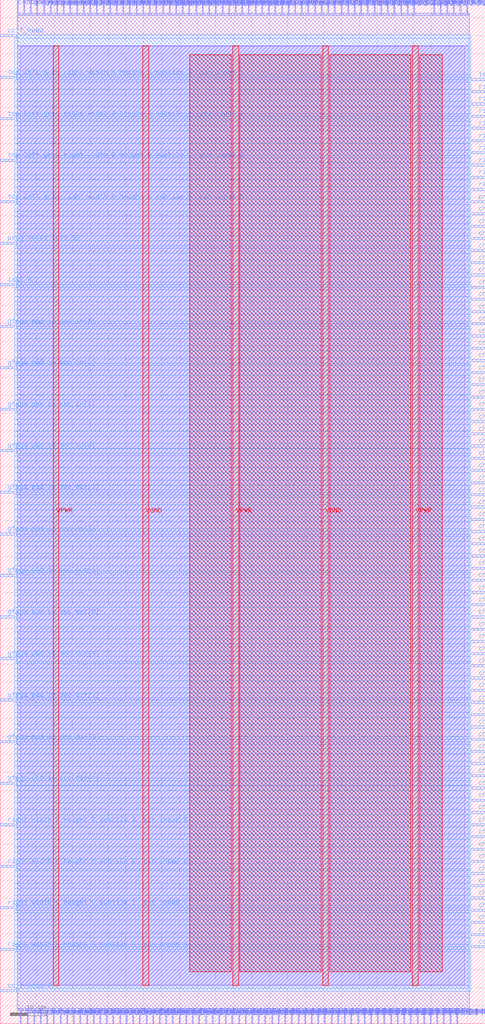
<source format=lef>
VERSION 5.7 ;
  NOWIREEXTENSIONATPIN ON ;
  DIVIDERCHAR "/" ;
  BUSBITCHARS "[]" ;
MACRO left_tile
  CLASS BLOCK ;
  FOREIGN left_tile ;
  ORIGIN 0.000 0.000 ;
  SIZE 135.000 BY 285.000 ;
  PIN VGND
    DIRECTION INOUT ;
    USE GROUND ;
    PORT
      LAYER met4 ;
        RECT 39.720 10.640 41.320 272.240 ;
    END
    PORT
      LAYER met4 ;
        RECT 89.720 10.640 91.320 272.240 ;
    END
  END VGND
  PIN VPWR
    DIRECTION INOUT ;
    USE POWER ;
    PORT
      LAYER met4 ;
        RECT 14.720 10.640 16.320 272.240 ;
    END
    PORT
      LAYER met4 ;
        RECT 64.720 10.640 66.320 272.240 ;
    END
    PORT
      LAYER met4 ;
        RECT 114.720 10.640 116.320 272.240 ;
    END
  END VPWR
  PIN ccff_head
    DIRECTION INPUT ;
    USE SIGNAL ;
    PORT
      LAYER met3 ;
        RECT 0.000 274.760 4.000 275.360 ;
    END
  END ccff_head
  PIN ccff_head_0
    DIRECTION INPUT ;
    USE SIGNAL ;
    PORT
      LAYER met3 ;
        RECT 0.000 8.880 4.000 9.480 ;
    END
  END ccff_head_0
  PIN ccff_tail
    DIRECTION OUTPUT TRISTATE ;
    USE SIGNAL ;
    PORT
      LAYER met3 ;
        RECT 131.000 21.120 135.000 21.720 ;
    END
  END ccff_tail
  PIN ccff_tail_0
    DIRECTION OUTPUT TRISTATE ;
    USE SIGNAL ;
    PORT
      LAYER met2 ;
        RECT 4.690 281.000 4.970 285.000 ;
    END
  END ccff_tail_0
  PIN chanx_right_in[0]
    DIRECTION INPUT ;
    USE SIGNAL ;
    PORT
      LAYER met3 ;
        RECT 131.000 126.520 135.000 127.120 ;
    END
  END chanx_right_in[0]
  PIN chanx_right_in[10]
    DIRECTION INPUT ;
    USE SIGNAL ;
    PORT
      LAYER met3 ;
        RECT 131.000 160.520 135.000 161.120 ;
    END
  END chanx_right_in[10]
  PIN chanx_right_in[11]
    DIRECTION INPUT ;
    USE SIGNAL ;
    PORT
      LAYER met3 ;
        RECT 131.000 163.920 135.000 164.520 ;
    END
  END chanx_right_in[11]
  PIN chanx_right_in[12]
    DIRECTION INPUT ;
    USE SIGNAL ;
    PORT
      LAYER met3 ;
        RECT 131.000 167.320 135.000 167.920 ;
    END
  END chanx_right_in[12]
  PIN chanx_right_in[13]
    DIRECTION INPUT ;
    USE SIGNAL ;
    PORT
      LAYER met3 ;
        RECT 131.000 170.720 135.000 171.320 ;
    END
  END chanx_right_in[13]
  PIN chanx_right_in[14]
    DIRECTION INPUT ;
    USE SIGNAL ;
    PORT
      LAYER met3 ;
        RECT 131.000 174.120 135.000 174.720 ;
    END
  END chanx_right_in[14]
  PIN chanx_right_in[15]
    DIRECTION INPUT ;
    USE SIGNAL ;
    PORT
      LAYER met3 ;
        RECT 131.000 177.520 135.000 178.120 ;
    END
  END chanx_right_in[15]
  PIN chanx_right_in[16]
    DIRECTION INPUT ;
    USE SIGNAL ;
    PORT
      LAYER met3 ;
        RECT 131.000 180.920 135.000 181.520 ;
    END
  END chanx_right_in[16]
  PIN chanx_right_in[17]
    DIRECTION INPUT ;
    USE SIGNAL ;
    PORT
      LAYER met3 ;
        RECT 131.000 184.320 135.000 184.920 ;
    END
  END chanx_right_in[17]
  PIN chanx_right_in[18]
    DIRECTION INPUT ;
    USE SIGNAL ;
    PORT
      LAYER met3 ;
        RECT 131.000 187.720 135.000 188.320 ;
    END
  END chanx_right_in[18]
  PIN chanx_right_in[19]
    DIRECTION INPUT ;
    USE SIGNAL ;
    PORT
      LAYER met3 ;
        RECT 131.000 191.120 135.000 191.720 ;
    END
  END chanx_right_in[19]
  PIN chanx_right_in[1]
    DIRECTION INPUT ;
    USE SIGNAL ;
    PORT
      LAYER met3 ;
        RECT 131.000 129.920 135.000 130.520 ;
    END
  END chanx_right_in[1]
  PIN chanx_right_in[20]
    DIRECTION INPUT ;
    USE SIGNAL ;
    PORT
      LAYER met3 ;
        RECT 131.000 194.520 135.000 195.120 ;
    END
  END chanx_right_in[20]
  PIN chanx_right_in[21]
    DIRECTION INPUT ;
    USE SIGNAL ;
    PORT
      LAYER met3 ;
        RECT 131.000 197.920 135.000 198.520 ;
    END
  END chanx_right_in[21]
  PIN chanx_right_in[22]
    DIRECTION INPUT ;
    USE SIGNAL ;
    PORT
      LAYER met3 ;
        RECT 131.000 201.320 135.000 201.920 ;
    END
  END chanx_right_in[22]
  PIN chanx_right_in[23]
    DIRECTION INPUT ;
    USE SIGNAL ;
    PORT
      LAYER met3 ;
        RECT 131.000 204.720 135.000 205.320 ;
    END
  END chanx_right_in[23]
  PIN chanx_right_in[24]
    DIRECTION INPUT ;
    USE SIGNAL ;
    PORT
      LAYER met3 ;
        RECT 131.000 208.120 135.000 208.720 ;
    END
  END chanx_right_in[24]
  PIN chanx_right_in[25]
    DIRECTION INPUT ;
    USE SIGNAL ;
    PORT
      LAYER met3 ;
        RECT 131.000 211.520 135.000 212.120 ;
    END
  END chanx_right_in[25]
  PIN chanx_right_in[26]
    DIRECTION INPUT ;
    USE SIGNAL ;
    PORT
      LAYER met3 ;
        RECT 131.000 214.920 135.000 215.520 ;
    END
  END chanx_right_in[26]
  PIN chanx_right_in[27]
    DIRECTION INPUT ;
    USE SIGNAL ;
    PORT
      LAYER met3 ;
        RECT 131.000 218.320 135.000 218.920 ;
    END
  END chanx_right_in[27]
  PIN chanx_right_in[28]
    DIRECTION INPUT ;
    USE SIGNAL ;
    PORT
      LAYER met3 ;
        RECT 131.000 221.720 135.000 222.320 ;
    END
  END chanx_right_in[28]
  PIN chanx_right_in[29]
    DIRECTION INPUT ;
    USE SIGNAL ;
    PORT
      LAYER met3 ;
        RECT 131.000 225.120 135.000 225.720 ;
    END
  END chanx_right_in[29]
  PIN chanx_right_in[2]
    DIRECTION INPUT ;
    USE SIGNAL ;
    PORT
      LAYER met3 ;
        RECT 131.000 133.320 135.000 133.920 ;
    END
  END chanx_right_in[2]
  PIN chanx_right_in[3]
    DIRECTION INPUT ;
    USE SIGNAL ;
    PORT
      LAYER met3 ;
        RECT 131.000 136.720 135.000 137.320 ;
    END
  END chanx_right_in[3]
  PIN chanx_right_in[4]
    DIRECTION INPUT ;
    USE SIGNAL ;
    PORT
      LAYER met3 ;
        RECT 131.000 140.120 135.000 140.720 ;
    END
  END chanx_right_in[4]
  PIN chanx_right_in[5]
    DIRECTION INPUT ;
    USE SIGNAL ;
    PORT
      LAYER met3 ;
        RECT 131.000 143.520 135.000 144.120 ;
    END
  END chanx_right_in[5]
  PIN chanx_right_in[6]
    DIRECTION INPUT ;
    USE SIGNAL ;
    PORT
      LAYER met3 ;
        RECT 131.000 146.920 135.000 147.520 ;
    END
  END chanx_right_in[6]
  PIN chanx_right_in[7]
    DIRECTION INPUT ;
    USE SIGNAL ;
    PORT
      LAYER met3 ;
        RECT 131.000 150.320 135.000 150.920 ;
    END
  END chanx_right_in[7]
  PIN chanx_right_in[8]
    DIRECTION INPUT ;
    USE SIGNAL ;
    PORT
      LAYER met3 ;
        RECT 131.000 153.720 135.000 154.320 ;
    END
  END chanx_right_in[8]
  PIN chanx_right_in[9]
    DIRECTION INPUT ;
    USE SIGNAL ;
    PORT
      LAYER met3 ;
        RECT 131.000 157.120 135.000 157.720 ;
    END
  END chanx_right_in[9]
  PIN chanx_right_out[0]
    DIRECTION OUTPUT TRISTATE ;
    USE SIGNAL ;
    PORT
      LAYER met3 ;
        RECT 131.000 24.520 135.000 25.120 ;
    END
  END chanx_right_out[0]
  PIN chanx_right_out[10]
    DIRECTION OUTPUT TRISTATE ;
    USE SIGNAL ;
    PORT
      LAYER met3 ;
        RECT 131.000 58.520 135.000 59.120 ;
    END
  END chanx_right_out[10]
  PIN chanx_right_out[11]
    DIRECTION OUTPUT TRISTATE ;
    USE SIGNAL ;
    PORT
      LAYER met3 ;
        RECT 131.000 61.920 135.000 62.520 ;
    END
  END chanx_right_out[11]
  PIN chanx_right_out[12]
    DIRECTION OUTPUT TRISTATE ;
    USE SIGNAL ;
    PORT
      LAYER met3 ;
        RECT 131.000 65.320 135.000 65.920 ;
    END
  END chanx_right_out[12]
  PIN chanx_right_out[13]
    DIRECTION OUTPUT TRISTATE ;
    USE SIGNAL ;
    PORT
      LAYER met3 ;
        RECT 131.000 68.720 135.000 69.320 ;
    END
  END chanx_right_out[13]
  PIN chanx_right_out[14]
    DIRECTION OUTPUT TRISTATE ;
    USE SIGNAL ;
    PORT
      LAYER met3 ;
        RECT 131.000 72.120 135.000 72.720 ;
    END
  END chanx_right_out[14]
  PIN chanx_right_out[15]
    DIRECTION OUTPUT TRISTATE ;
    USE SIGNAL ;
    PORT
      LAYER met3 ;
        RECT 131.000 75.520 135.000 76.120 ;
    END
  END chanx_right_out[15]
  PIN chanx_right_out[16]
    DIRECTION OUTPUT TRISTATE ;
    USE SIGNAL ;
    PORT
      LAYER met3 ;
        RECT 131.000 78.920 135.000 79.520 ;
    END
  END chanx_right_out[16]
  PIN chanx_right_out[17]
    DIRECTION OUTPUT TRISTATE ;
    USE SIGNAL ;
    PORT
      LAYER met3 ;
        RECT 131.000 82.320 135.000 82.920 ;
    END
  END chanx_right_out[17]
  PIN chanx_right_out[18]
    DIRECTION OUTPUT TRISTATE ;
    USE SIGNAL ;
    PORT
      LAYER met3 ;
        RECT 131.000 85.720 135.000 86.320 ;
    END
  END chanx_right_out[18]
  PIN chanx_right_out[19]
    DIRECTION OUTPUT TRISTATE ;
    USE SIGNAL ;
    PORT
      LAYER met3 ;
        RECT 131.000 89.120 135.000 89.720 ;
    END
  END chanx_right_out[19]
  PIN chanx_right_out[1]
    DIRECTION OUTPUT TRISTATE ;
    USE SIGNAL ;
    PORT
      LAYER met3 ;
        RECT 131.000 27.920 135.000 28.520 ;
    END
  END chanx_right_out[1]
  PIN chanx_right_out[20]
    DIRECTION OUTPUT TRISTATE ;
    USE SIGNAL ;
    PORT
      LAYER met3 ;
        RECT 131.000 92.520 135.000 93.120 ;
    END
  END chanx_right_out[20]
  PIN chanx_right_out[21]
    DIRECTION OUTPUT TRISTATE ;
    USE SIGNAL ;
    PORT
      LAYER met3 ;
        RECT 131.000 95.920 135.000 96.520 ;
    END
  END chanx_right_out[21]
  PIN chanx_right_out[22]
    DIRECTION OUTPUT TRISTATE ;
    USE SIGNAL ;
    PORT
      LAYER met3 ;
        RECT 131.000 99.320 135.000 99.920 ;
    END
  END chanx_right_out[22]
  PIN chanx_right_out[23]
    DIRECTION OUTPUT TRISTATE ;
    USE SIGNAL ;
    PORT
      LAYER met3 ;
        RECT 131.000 102.720 135.000 103.320 ;
    END
  END chanx_right_out[23]
  PIN chanx_right_out[24]
    DIRECTION OUTPUT TRISTATE ;
    USE SIGNAL ;
    PORT
      LAYER met3 ;
        RECT 131.000 106.120 135.000 106.720 ;
    END
  END chanx_right_out[24]
  PIN chanx_right_out[25]
    DIRECTION OUTPUT TRISTATE ;
    USE SIGNAL ;
    PORT
      LAYER met3 ;
        RECT 131.000 109.520 135.000 110.120 ;
    END
  END chanx_right_out[25]
  PIN chanx_right_out[26]
    DIRECTION OUTPUT TRISTATE ;
    USE SIGNAL ;
    PORT
      LAYER met3 ;
        RECT 131.000 112.920 135.000 113.520 ;
    END
  END chanx_right_out[26]
  PIN chanx_right_out[27]
    DIRECTION OUTPUT TRISTATE ;
    USE SIGNAL ;
    PORT
      LAYER met3 ;
        RECT 131.000 116.320 135.000 116.920 ;
    END
  END chanx_right_out[27]
  PIN chanx_right_out[28]
    DIRECTION OUTPUT TRISTATE ;
    USE SIGNAL ;
    PORT
      LAYER met3 ;
        RECT 131.000 119.720 135.000 120.320 ;
    END
  END chanx_right_out[28]
  PIN chanx_right_out[29]
    DIRECTION OUTPUT TRISTATE ;
    USE SIGNAL ;
    PORT
      LAYER met3 ;
        RECT 131.000 123.120 135.000 123.720 ;
    END
  END chanx_right_out[29]
  PIN chanx_right_out[2]
    DIRECTION OUTPUT TRISTATE ;
    USE SIGNAL ;
    PORT
      LAYER met3 ;
        RECT 131.000 31.320 135.000 31.920 ;
    END
  END chanx_right_out[2]
  PIN chanx_right_out[3]
    DIRECTION OUTPUT TRISTATE ;
    USE SIGNAL ;
    PORT
      LAYER met3 ;
        RECT 131.000 34.720 135.000 35.320 ;
    END
  END chanx_right_out[3]
  PIN chanx_right_out[4]
    DIRECTION OUTPUT TRISTATE ;
    USE SIGNAL ;
    PORT
      LAYER met3 ;
        RECT 131.000 38.120 135.000 38.720 ;
    END
  END chanx_right_out[4]
  PIN chanx_right_out[5]
    DIRECTION OUTPUT TRISTATE ;
    USE SIGNAL ;
    PORT
      LAYER met3 ;
        RECT 131.000 41.520 135.000 42.120 ;
    END
  END chanx_right_out[5]
  PIN chanx_right_out[6]
    DIRECTION OUTPUT TRISTATE ;
    USE SIGNAL ;
    PORT
      LAYER met3 ;
        RECT 131.000 44.920 135.000 45.520 ;
    END
  END chanx_right_out[6]
  PIN chanx_right_out[7]
    DIRECTION OUTPUT TRISTATE ;
    USE SIGNAL ;
    PORT
      LAYER met3 ;
        RECT 131.000 48.320 135.000 48.920 ;
    END
  END chanx_right_out[7]
  PIN chanx_right_out[8]
    DIRECTION OUTPUT TRISTATE ;
    USE SIGNAL ;
    PORT
      LAYER met3 ;
        RECT 131.000 51.720 135.000 52.320 ;
    END
  END chanx_right_out[8]
  PIN chanx_right_out[9]
    DIRECTION OUTPUT TRISTATE ;
    USE SIGNAL ;
    PORT
      LAYER met3 ;
        RECT 131.000 55.120 135.000 55.720 ;
    END
  END chanx_right_out[9]
  PIN chany_bottom_in[0]
    DIRECTION INPUT ;
    USE SIGNAL ;
    PORT
      LAYER met2 ;
        RECT 5.610 0.000 5.890 4.000 ;
    END
  END chany_bottom_in[0]
  PIN chany_bottom_in[10]
    DIRECTION INPUT ;
    USE SIGNAL ;
    PORT
      LAYER met2 ;
        RECT 24.010 0.000 24.290 4.000 ;
    END
  END chany_bottom_in[10]
  PIN chany_bottom_in[11]
    DIRECTION INPUT ;
    USE SIGNAL ;
    PORT
      LAYER met2 ;
        RECT 25.850 0.000 26.130 4.000 ;
    END
  END chany_bottom_in[11]
  PIN chany_bottom_in[12]
    DIRECTION INPUT ;
    USE SIGNAL ;
    PORT
      LAYER met2 ;
        RECT 27.690 0.000 27.970 4.000 ;
    END
  END chany_bottom_in[12]
  PIN chany_bottom_in[13]
    DIRECTION INPUT ;
    USE SIGNAL ;
    PORT
      LAYER met2 ;
        RECT 29.530 0.000 29.810 4.000 ;
    END
  END chany_bottom_in[13]
  PIN chany_bottom_in[14]
    DIRECTION INPUT ;
    USE SIGNAL ;
    PORT
      LAYER met2 ;
        RECT 31.370 0.000 31.650 4.000 ;
    END
  END chany_bottom_in[14]
  PIN chany_bottom_in[15]
    DIRECTION INPUT ;
    USE SIGNAL ;
    PORT
      LAYER met2 ;
        RECT 33.210 0.000 33.490 4.000 ;
    END
  END chany_bottom_in[15]
  PIN chany_bottom_in[16]
    DIRECTION INPUT ;
    USE SIGNAL ;
    PORT
      LAYER met2 ;
        RECT 35.050 0.000 35.330 4.000 ;
    END
  END chany_bottom_in[16]
  PIN chany_bottom_in[17]
    DIRECTION INPUT ;
    USE SIGNAL ;
    PORT
      LAYER met2 ;
        RECT 36.890 0.000 37.170 4.000 ;
    END
  END chany_bottom_in[17]
  PIN chany_bottom_in[18]
    DIRECTION INPUT ;
    USE SIGNAL ;
    PORT
      LAYER met2 ;
        RECT 38.730 0.000 39.010 4.000 ;
    END
  END chany_bottom_in[18]
  PIN chany_bottom_in[19]
    DIRECTION INPUT ;
    USE SIGNAL ;
    PORT
      LAYER met2 ;
        RECT 40.570 0.000 40.850 4.000 ;
    END
  END chany_bottom_in[19]
  PIN chany_bottom_in[1]
    DIRECTION INPUT ;
    USE SIGNAL ;
    PORT
      LAYER met2 ;
        RECT 7.450 0.000 7.730 4.000 ;
    END
  END chany_bottom_in[1]
  PIN chany_bottom_in[20]
    DIRECTION INPUT ;
    USE SIGNAL ;
    PORT
      LAYER met2 ;
        RECT 42.410 0.000 42.690 4.000 ;
    END
  END chany_bottom_in[20]
  PIN chany_bottom_in[21]
    DIRECTION INPUT ;
    USE SIGNAL ;
    PORT
      LAYER met2 ;
        RECT 44.250 0.000 44.530 4.000 ;
    END
  END chany_bottom_in[21]
  PIN chany_bottom_in[22]
    DIRECTION INPUT ;
    USE SIGNAL ;
    PORT
      LAYER met2 ;
        RECT 46.090 0.000 46.370 4.000 ;
    END
  END chany_bottom_in[22]
  PIN chany_bottom_in[23]
    DIRECTION INPUT ;
    USE SIGNAL ;
    PORT
      LAYER met2 ;
        RECT 47.930 0.000 48.210 4.000 ;
    END
  END chany_bottom_in[23]
  PIN chany_bottom_in[24]
    DIRECTION INPUT ;
    USE SIGNAL ;
    PORT
      LAYER met2 ;
        RECT 49.770 0.000 50.050 4.000 ;
    END
  END chany_bottom_in[24]
  PIN chany_bottom_in[25]
    DIRECTION INPUT ;
    USE SIGNAL ;
    PORT
      LAYER met2 ;
        RECT 51.610 0.000 51.890 4.000 ;
    END
  END chany_bottom_in[25]
  PIN chany_bottom_in[26]
    DIRECTION INPUT ;
    USE SIGNAL ;
    PORT
      LAYER met2 ;
        RECT 53.450 0.000 53.730 4.000 ;
    END
  END chany_bottom_in[26]
  PIN chany_bottom_in[27]
    DIRECTION INPUT ;
    USE SIGNAL ;
    PORT
      LAYER met2 ;
        RECT 55.290 0.000 55.570 4.000 ;
    END
  END chany_bottom_in[27]
  PIN chany_bottom_in[28]
    DIRECTION INPUT ;
    USE SIGNAL ;
    PORT
      LAYER met2 ;
        RECT 57.130 0.000 57.410 4.000 ;
    END
  END chany_bottom_in[28]
  PIN chany_bottom_in[29]
    DIRECTION INPUT ;
    USE SIGNAL ;
    PORT
      LAYER met2 ;
        RECT 58.970 0.000 59.250 4.000 ;
    END
  END chany_bottom_in[29]
  PIN chany_bottom_in[2]
    DIRECTION INPUT ;
    USE SIGNAL ;
    PORT
      LAYER met2 ;
        RECT 9.290 0.000 9.570 4.000 ;
    END
  END chany_bottom_in[2]
  PIN chany_bottom_in[3]
    DIRECTION INPUT ;
    USE SIGNAL ;
    PORT
      LAYER met2 ;
        RECT 11.130 0.000 11.410 4.000 ;
    END
  END chany_bottom_in[3]
  PIN chany_bottom_in[4]
    DIRECTION INPUT ;
    USE SIGNAL ;
    PORT
      LAYER met2 ;
        RECT 12.970 0.000 13.250 4.000 ;
    END
  END chany_bottom_in[4]
  PIN chany_bottom_in[5]
    DIRECTION INPUT ;
    USE SIGNAL ;
    PORT
      LAYER met2 ;
        RECT 14.810 0.000 15.090 4.000 ;
    END
  END chany_bottom_in[5]
  PIN chany_bottom_in[6]
    DIRECTION INPUT ;
    USE SIGNAL ;
    PORT
      LAYER met2 ;
        RECT 16.650 0.000 16.930 4.000 ;
    END
  END chany_bottom_in[6]
  PIN chany_bottom_in[7]
    DIRECTION INPUT ;
    USE SIGNAL ;
    PORT
      LAYER met2 ;
        RECT 18.490 0.000 18.770 4.000 ;
    END
  END chany_bottom_in[7]
  PIN chany_bottom_in[8]
    DIRECTION INPUT ;
    USE SIGNAL ;
    PORT
      LAYER met2 ;
        RECT 20.330 0.000 20.610 4.000 ;
    END
  END chany_bottom_in[8]
  PIN chany_bottom_in[9]
    DIRECTION INPUT ;
    USE SIGNAL ;
    PORT
      LAYER met2 ;
        RECT 22.170 0.000 22.450 4.000 ;
    END
  END chany_bottom_in[9]
  PIN chany_bottom_out[0]
    DIRECTION OUTPUT TRISTATE ;
    USE SIGNAL ;
    PORT
      LAYER met2 ;
        RECT 60.810 0.000 61.090 4.000 ;
    END
  END chany_bottom_out[0]
  PIN chany_bottom_out[10]
    DIRECTION OUTPUT TRISTATE ;
    USE SIGNAL ;
    PORT
      LAYER met2 ;
        RECT 79.210 0.000 79.490 4.000 ;
    END
  END chany_bottom_out[10]
  PIN chany_bottom_out[11]
    DIRECTION OUTPUT TRISTATE ;
    USE SIGNAL ;
    PORT
      LAYER met2 ;
        RECT 81.050 0.000 81.330 4.000 ;
    END
  END chany_bottom_out[11]
  PIN chany_bottom_out[12]
    DIRECTION OUTPUT TRISTATE ;
    USE SIGNAL ;
    PORT
      LAYER met2 ;
        RECT 82.890 0.000 83.170 4.000 ;
    END
  END chany_bottom_out[12]
  PIN chany_bottom_out[13]
    DIRECTION OUTPUT TRISTATE ;
    USE SIGNAL ;
    PORT
      LAYER met2 ;
        RECT 84.730 0.000 85.010 4.000 ;
    END
  END chany_bottom_out[13]
  PIN chany_bottom_out[14]
    DIRECTION OUTPUT TRISTATE ;
    USE SIGNAL ;
    PORT
      LAYER met2 ;
        RECT 86.570 0.000 86.850 4.000 ;
    END
  END chany_bottom_out[14]
  PIN chany_bottom_out[15]
    DIRECTION OUTPUT TRISTATE ;
    USE SIGNAL ;
    PORT
      LAYER met2 ;
        RECT 88.410 0.000 88.690 4.000 ;
    END
  END chany_bottom_out[15]
  PIN chany_bottom_out[16]
    DIRECTION OUTPUT TRISTATE ;
    USE SIGNAL ;
    PORT
      LAYER met2 ;
        RECT 90.250 0.000 90.530 4.000 ;
    END
  END chany_bottom_out[16]
  PIN chany_bottom_out[17]
    DIRECTION OUTPUT TRISTATE ;
    USE SIGNAL ;
    PORT
      LAYER met2 ;
        RECT 92.090 0.000 92.370 4.000 ;
    END
  END chany_bottom_out[17]
  PIN chany_bottom_out[18]
    DIRECTION OUTPUT TRISTATE ;
    USE SIGNAL ;
    PORT
      LAYER met2 ;
        RECT 93.930 0.000 94.210 4.000 ;
    END
  END chany_bottom_out[18]
  PIN chany_bottom_out[19]
    DIRECTION OUTPUT TRISTATE ;
    USE SIGNAL ;
    PORT
      LAYER met2 ;
        RECT 95.770 0.000 96.050 4.000 ;
    END
  END chany_bottom_out[19]
  PIN chany_bottom_out[1]
    DIRECTION OUTPUT TRISTATE ;
    USE SIGNAL ;
    PORT
      LAYER met2 ;
        RECT 62.650 0.000 62.930 4.000 ;
    END
  END chany_bottom_out[1]
  PIN chany_bottom_out[20]
    DIRECTION OUTPUT TRISTATE ;
    USE SIGNAL ;
    PORT
      LAYER met2 ;
        RECT 97.610 0.000 97.890 4.000 ;
    END
  END chany_bottom_out[20]
  PIN chany_bottom_out[21]
    DIRECTION OUTPUT TRISTATE ;
    USE SIGNAL ;
    PORT
      LAYER met2 ;
        RECT 99.450 0.000 99.730 4.000 ;
    END
  END chany_bottom_out[21]
  PIN chany_bottom_out[22]
    DIRECTION OUTPUT TRISTATE ;
    USE SIGNAL ;
    PORT
      LAYER met2 ;
        RECT 101.290 0.000 101.570 4.000 ;
    END
  END chany_bottom_out[22]
  PIN chany_bottom_out[23]
    DIRECTION OUTPUT TRISTATE ;
    USE SIGNAL ;
    PORT
      LAYER met2 ;
        RECT 103.130 0.000 103.410 4.000 ;
    END
  END chany_bottom_out[23]
  PIN chany_bottom_out[24]
    DIRECTION OUTPUT TRISTATE ;
    USE SIGNAL ;
    PORT
      LAYER met2 ;
        RECT 104.970 0.000 105.250 4.000 ;
    END
  END chany_bottom_out[24]
  PIN chany_bottom_out[25]
    DIRECTION OUTPUT TRISTATE ;
    USE SIGNAL ;
    PORT
      LAYER met2 ;
        RECT 106.810 0.000 107.090 4.000 ;
    END
  END chany_bottom_out[25]
  PIN chany_bottom_out[26]
    DIRECTION OUTPUT TRISTATE ;
    USE SIGNAL ;
    PORT
      LAYER met2 ;
        RECT 108.650 0.000 108.930 4.000 ;
    END
  END chany_bottom_out[26]
  PIN chany_bottom_out[27]
    DIRECTION OUTPUT TRISTATE ;
    USE SIGNAL ;
    PORT
      LAYER met2 ;
        RECT 110.490 0.000 110.770 4.000 ;
    END
  END chany_bottom_out[27]
  PIN chany_bottom_out[28]
    DIRECTION OUTPUT TRISTATE ;
    USE SIGNAL ;
    PORT
      LAYER met2 ;
        RECT 112.330 0.000 112.610 4.000 ;
    END
  END chany_bottom_out[28]
  PIN chany_bottom_out[29]
    DIRECTION OUTPUT TRISTATE ;
    USE SIGNAL ;
    PORT
      LAYER met2 ;
        RECT 114.170 0.000 114.450 4.000 ;
    END
  END chany_bottom_out[29]
  PIN chany_bottom_out[2]
    DIRECTION OUTPUT TRISTATE ;
    USE SIGNAL ;
    PORT
      LAYER met2 ;
        RECT 64.490 0.000 64.770 4.000 ;
    END
  END chany_bottom_out[2]
  PIN chany_bottom_out[3]
    DIRECTION OUTPUT TRISTATE ;
    USE SIGNAL ;
    PORT
      LAYER met2 ;
        RECT 66.330 0.000 66.610 4.000 ;
    END
  END chany_bottom_out[3]
  PIN chany_bottom_out[4]
    DIRECTION OUTPUT TRISTATE ;
    USE SIGNAL ;
    PORT
      LAYER met2 ;
        RECT 68.170 0.000 68.450 4.000 ;
    END
  END chany_bottom_out[4]
  PIN chany_bottom_out[5]
    DIRECTION OUTPUT TRISTATE ;
    USE SIGNAL ;
    PORT
      LAYER met2 ;
        RECT 70.010 0.000 70.290 4.000 ;
    END
  END chany_bottom_out[5]
  PIN chany_bottom_out[6]
    DIRECTION OUTPUT TRISTATE ;
    USE SIGNAL ;
    PORT
      LAYER met2 ;
        RECT 71.850 0.000 72.130 4.000 ;
    END
  END chany_bottom_out[6]
  PIN chany_bottom_out[7]
    DIRECTION OUTPUT TRISTATE ;
    USE SIGNAL ;
    PORT
      LAYER met2 ;
        RECT 73.690 0.000 73.970 4.000 ;
    END
  END chany_bottom_out[7]
  PIN chany_bottom_out[8]
    DIRECTION OUTPUT TRISTATE ;
    USE SIGNAL ;
    PORT
      LAYER met2 ;
        RECT 75.530 0.000 75.810 4.000 ;
    END
  END chany_bottom_out[8]
  PIN chany_bottom_out[9]
    DIRECTION OUTPUT TRISTATE ;
    USE SIGNAL ;
    PORT
      LAYER met2 ;
        RECT 77.370 0.000 77.650 4.000 ;
    END
  END chany_bottom_out[9]
  PIN chany_top_in_0[0]
    DIRECTION INPUT ;
    USE SIGNAL ;
    PORT
      LAYER met2 ;
        RECT 61.730 281.000 62.010 285.000 ;
    END
  END chany_top_in_0[0]
  PIN chany_top_in_0[10]
    DIRECTION INPUT ;
    USE SIGNAL ;
    PORT
      LAYER met2 ;
        RECT 80.130 281.000 80.410 285.000 ;
    END
  END chany_top_in_0[10]
  PIN chany_top_in_0[11]
    DIRECTION INPUT ;
    USE SIGNAL ;
    PORT
      LAYER met2 ;
        RECT 81.970 281.000 82.250 285.000 ;
    END
  END chany_top_in_0[11]
  PIN chany_top_in_0[12]
    DIRECTION INPUT ;
    USE SIGNAL ;
    PORT
      LAYER met2 ;
        RECT 83.810 281.000 84.090 285.000 ;
    END
  END chany_top_in_0[12]
  PIN chany_top_in_0[13]
    DIRECTION INPUT ;
    USE SIGNAL ;
    PORT
      LAYER met2 ;
        RECT 85.650 281.000 85.930 285.000 ;
    END
  END chany_top_in_0[13]
  PIN chany_top_in_0[14]
    DIRECTION INPUT ;
    USE SIGNAL ;
    PORT
      LAYER met2 ;
        RECT 87.490 281.000 87.770 285.000 ;
    END
  END chany_top_in_0[14]
  PIN chany_top_in_0[15]
    DIRECTION INPUT ;
    USE SIGNAL ;
    PORT
      LAYER met2 ;
        RECT 89.330 281.000 89.610 285.000 ;
    END
  END chany_top_in_0[15]
  PIN chany_top_in_0[16]
    DIRECTION INPUT ;
    USE SIGNAL ;
    PORT
      LAYER met2 ;
        RECT 91.170 281.000 91.450 285.000 ;
    END
  END chany_top_in_0[16]
  PIN chany_top_in_0[17]
    DIRECTION INPUT ;
    USE SIGNAL ;
    PORT
      LAYER met2 ;
        RECT 93.010 281.000 93.290 285.000 ;
    END
  END chany_top_in_0[17]
  PIN chany_top_in_0[18]
    DIRECTION INPUT ;
    USE SIGNAL ;
    PORT
      LAYER met2 ;
        RECT 94.850 281.000 95.130 285.000 ;
    END
  END chany_top_in_0[18]
  PIN chany_top_in_0[19]
    DIRECTION INPUT ;
    USE SIGNAL ;
    PORT
      LAYER met2 ;
        RECT 96.690 281.000 96.970 285.000 ;
    END
  END chany_top_in_0[19]
  PIN chany_top_in_0[1]
    DIRECTION INPUT ;
    USE SIGNAL ;
    PORT
      LAYER met2 ;
        RECT 63.570 281.000 63.850 285.000 ;
    END
  END chany_top_in_0[1]
  PIN chany_top_in_0[20]
    DIRECTION INPUT ;
    USE SIGNAL ;
    PORT
      LAYER met2 ;
        RECT 98.530 281.000 98.810 285.000 ;
    END
  END chany_top_in_0[20]
  PIN chany_top_in_0[21]
    DIRECTION INPUT ;
    USE SIGNAL ;
    PORT
      LAYER met2 ;
        RECT 100.370 281.000 100.650 285.000 ;
    END
  END chany_top_in_0[21]
  PIN chany_top_in_0[22]
    DIRECTION INPUT ;
    USE SIGNAL ;
    PORT
      LAYER met2 ;
        RECT 102.210 281.000 102.490 285.000 ;
    END
  END chany_top_in_0[22]
  PIN chany_top_in_0[23]
    DIRECTION INPUT ;
    USE SIGNAL ;
    PORT
      LAYER met2 ;
        RECT 104.050 281.000 104.330 285.000 ;
    END
  END chany_top_in_0[23]
  PIN chany_top_in_0[24]
    DIRECTION INPUT ;
    USE SIGNAL ;
    PORT
      LAYER met2 ;
        RECT 105.890 281.000 106.170 285.000 ;
    END
  END chany_top_in_0[24]
  PIN chany_top_in_0[25]
    DIRECTION INPUT ;
    USE SIGNAL ;
    PORT
      LAYER met2 ;
        RECT 107.730 281.000 108.010 285.000 ;
    END
  END chany_top_in_0[25]
  PIN chany_top_in_0[26]
    DIRECTION INPUT ;
    USE SIGNAL ;
    PORT
      LAYER met2 ;
        RECT 109.570 281.000 109.850 285.000 ;
    END
  END chany_top_in_0[26]
  PIN chany_top_in_0[27]
    DIRECTION INPUT ;
    USE SIGNAL ;
    PORT
      LAYER met2 ;
        RECT 111.410 281.000 111.690 285.000 ;
    END
  END chany_top_in_0[27]
  PIN chany_top_in_0[28]
    DIRECTION INPUT ;
    USE SIGNAL ;
    PORT
      LAYER met2 ;
        RECT 113.250 281.000 113.530 285.000 ;
    END
  END chany_top_in_0[28]
  PIN chany_top_in_0[29]
    DIRECTION INPUT ;
    USE SIGNAL ;
    PORT
      LAYER met2 ;
        RECT 115.090 281.000 115.370 285.000 ;
    END
  END chany_top_in_0[29]
  PIN chany_top_in_0[2]
    DIRECTION INPUT ;
    USE SIGNAL ;
    PORT
      LAYER met2 ;
        RECT 65.410 281.000 65.690 285.000 ;
    END
  END chany_top_in_0[2]
  PIN chany_top_in_0[3]
    DIRECTION INPUT ;
    USE SIGNAL ;
    PORT
      LAYER met2 ;
        RECT 67.250 281.000 67.530 285.000 ;
    END
  END chany_top_in_0[3]
  PIN chany_top_in_0[4]
    DIRECTION INPUT ;
    USE SIGNAL ;
    PORT
      LAYER met2 ;
        RECT 69.090 281.000 69.370 285.000 ;
    END
  END chany_top_in_0[4]
  PIN chany_top_in_0[5]
    DIRECTION INPUT ;
    USE SIGNAL ;
    PORT
      LAYER met2 ;
        RECT 70.930 281.000 71.210 285.000 ;
    END
  END chany_top_in_0[5]
  PIN chany_top_in_0[6]
    DIRECTION INPUT ;
    USE SIGNAL ;
    PORT
      LAYER met2 ;
        RECT 72.770 281.000 73.050 285.000 ;
    END
  END chany_top_in_0[6]
  PIN chany_top_in_0[7]
    DIRECTION INPUT ;
    USE SIGNAL ;
    PORT
      LAYER met2 ;
        RECT 74.610 281.000 74.890 285.000 ;
    END
  END chany_top_in_0[7]
  PIN chany_top_in_0[8]
    DIRECTION INPUT ;
    USE SIGNAL ;
    PORT
      LAYER met2 ;
        RECT 76.450 281.000 76.730 285.000 ;
    END
  END chany_top_in_0[8]
  PIN chany_top_in_0[9]
    DIRECTION INPUT ;
    USE SIGNAL ;
    PORT
      LAYER met2 ;
        RECT 78.290 281.000 78.570 285.000 ;
    END
  END chany_top_in_0[9]
  PIN chany_top_out_0[0]
    DIRECTION OUTPUT TRISTATE ;
    USE SIGNAL ;
    PORT
      LAYER met2 ;
        RECT 6.530 281.000 6.810 285.000 ;
    END
  END chany_top_out_0[0]
  PIN chany_top_out_0[10]
    DIRECTION OUTPUT TRISTATE ;
    USE SIGNAL ;
    PORT
      LAYER met2 ;
        RECT 24.930 281.000 25.210 285.000 ;
    END
  END chany_top_out_0[10]
  PIN chany_top_out_0[11]
    DIRECTION OUTPUT TRISTATE ;
    USE SIGNAL ;
    PORT
      LAYER met2 ;
        RECT 26.770 281.000 27.050 285.000 ;
    END
  END chany_top_out_0[11]
  PIN chany_top_out_0[12]
    DIRECTION OUTPUT TRISTATE ;
    USE SIGNAL ;
    PORT
      LAYER met2 ;
        RECT 28.610 281.000 28.890 285.000 ;
    END
  END chany_top_out_0[12]
  PIN chany_top_out_0[13]
    DIRECTION OUTPUT TRISTATE ;
    USE SIGNAL ;
    PORT
      LAYER met2 ;
        RECT 30.450 281.000 30.730 285.000 ;
    END
  END chany_top_out_0[13]
  PIN chany_top_out_0[14]
    DIRECTION OUTPUT TRISTATE ;
    USE SIGNAL ;
    PORT
      LAYER met2 ;
        RECT 32.290 281.000 32.570 285.000 ;
    END
  END chany_top_out_0[14]
  PIN chany_top_out_0[15]
    DIRECTION OUTPUT TRISTATE ;
    USE SIGNAL ;
    PORT
      LAYER met2 ;
        RECT 34.130 281.000 34.410 285.000 ;
    END
  END chany_top_out_0[15]
  PIN chany_top_out_0[16]
    DIRECTION OUTPUT TRISTATE ;
    USE SIGNAL ;
    PORT
      LAYER met2 ;
        RECT 35.970 281.000 36.250 285.000 ;
    END
  END chany_top_out_0[16]
  PIN chany_top_out_0[17]
    DIRECTION OUTPUT TRISTATE ;
    USE SIGNAL ;
    PORT
      LAYER met2 ;
        RECT 37.810 281.000 38.090 285.000 ;
    END
  END chany_top_out_0[17]
  PIN chany_top_out_0[18]
    DIRECTION OUTPUT TRISTATE ;
    USE SIGNAL ;
    PORT
      LAYER met2 ;
        RECT 39.650 281.000 39.930 285.000 ;
    END
  END chany_top_out_0[18]
  PIN chany_top_out_0[19]
    DIRECTION OUTPUT TRISTATE ;
    USE SIGNAL ;
    PORT
      LAYER met2 ;
        RECT 41.490 281.000 41.770 285.000 ;
    END
  END chany_top_out_0[19]
  PIN chany_top_out_0[1]
    DIRECTION OUTPUT TRISTATE ;
    USE SIGNAL ;
    PORT
      LAYER met2 ;
        RECT 8.370 281.000 8.650 285.000 ;
    END
  END chany_top_out_0[1]
  PIN chany_top_out_0[20]
    DIRECTION OUTPUT TRISTATE ;
    USE SIGNAL ;
    PORT
      LAYER met2 ;
        RECT 43.330 281.000 43.610 285.000 ;
    END
  END chany_top_out_0[20]
  PIN chany_top_out_0[21]
    DIRECTION OUTPUT TRISTATE ;
    USE SIGNAL ;
    PORT
      LAYER met2 ;
        RECT 45.170 281.000 45.450 285.000 ;
    END
  END chany_top_out_0[21]
  PIN chany_top_out_0[22]
    DIRECTION OUTPUT TRISTATE ;
    USE SIGNAL ;
    PORT
      LAYER met2 ;
        RECT 47.010 281.000 47.290 285.000 ;
    END
  END chany_top_out_0[22]
  PIN chany_top_out_0[23]
    DIRECTION OUTPUT TRISTATE ;
    USE SIGNAL ;
    PORT
      LAYER met2 ;
        RECT 48.850 281.000 49.130 285.000 ;
    END
  END chany_top_out_0[23]
  PIN chany_top_out_0[24]
    DIRECTION OUTPUT TRISTATE ;
    USE SIGNAL ;
    PORT
      LAYER met2 ;
        RECT 50.690 281.000 50.970 285.000 ;
    END
  END chany_top_out_0[24]
  PIN chany_top_out_0[25]
    DIRECTION OUTPUT TRISTATE ;
    USE SIGNAL ;
    PORT
      LAYER met2 ;
        RECT 52.530 281.000 52.810 285.000 ;
    END
  END chany_top_out_0[25]
  PIN chany_top_out_0[26]
    DIRECTION OUTPUT TRISTATE ;
    USE SIGNAL ;
    PORT
      LAYER met2 ;
        RECT 54.370 281.000 54.650 285.000 ;
    END
  END chany_top_out_0[26]
  PIN chany_top_out_0[27]
    DIRECTION OUTPUT TRISTATE ;
    USE SIGNAL ;
    PORT
      LAYER met2 ;
        RECT 56.210 281.000 56.490 285.000 ;
    END
  END chany_top_out_0[27]
  PIN chany_top_out_0[28]
    DIRECTION OUTPUT TRISTATE ;
    USE SIGNAL ;
    PORT
      LAYER met2 ;
        RECT 58.050 281.000 58.330 285.000 ;
    END
  END chany_top_out_0[28]
  PIN chany_top_out_0[29]
    DIRECTION OUTPUT TRISTATE ;
    USE SIGNAL ;
    PORT
      LAYER met2 ;
        RECT 59.890 281.000 60.170 285.000 ;
    END
  END chany_top_out_0[29]
  PIN chany_top_out_0[2]
    DIRECTION OUTPUT TRISTATE ;
    USE SIGNAL ;
    PORT
      LAYER met2 ;
        RECT 10.210 281.000 10.490 285.000 ;
    END
  END chany_top_out_0[2]
  PIN chany_top_out_0[3]
    DIRECTION OUTPUT TRISTATE ;
    USE SIGNAL ;
    PORT
      LAYER met2 ;
        RECT 12.050 281.000 12.330 285.000 ;
    END
  END chany_top_out_0[3]
  PIN chany_top_out_0[4]
    DIRECTION OUTPUT TRISTATE ;
    USE SIGNAL ;
    PORT
      LAYER met2 ;
        RECT 13.890 281.000 14.170 285.000 ;
    END
  END chany_top_out_0[4]
  PIN chany_top_out_0[5]
    DIRECTION OUTPUT TRISTATE ;
    USE SIGNAL ;
    PORT
      LAYER met2 ;
        RECT 15.730 281.000 16.010 285.000 ;
    END
  END chany_top_out_0[5]
  PIN chany_top_out_0[6]
    DIRECTION OUTPUT TRISTATE ;
    USE SIGNAL ;
    PORT
      LAYER met2 ;
        RECT 17.570 281.000 17.850 285.000 ;
    END
  END chany_top_out_0[6]
  PIN chany_top_out_0[7]
    DIRECTION OUTPUT TRISTATE ;
    USE SIGNAL ;
    PORT
      LAYER met2 ;
        RECT 19.410 281.000 19.690 285.000 ;
    END
  END chany_top_out_0[7]
  PIN chany_top_out_0[8]
    DIRECTION OUTPUT TRISTATE ;
    USE SIGNAL ;
    PORT
      LAYER met2 ;
        RECT 21.250 281.000 21.530 285.000 ;
    END
  END chany_top_out_0[8]
  PIN chany_top_out_0[9]
    DIRECTION OUTPUT TRISTATE ;
    USE SIGNAL ;
    PORT
      LAYER met2 ;
        RECT 23.090 281.000 23.370 285.000 ;
    END
  END chany_top_out_0[9]
  PIN gfpga_pad_io_soc_dir[0]
    DIRECTION OUTPUT TRISTATE ;
    USE SIGNAL ;
    PORT
      LAYER met3 ;
        RECT 0.000 66.680 4.000 67.280 ;
    END
  END gfpga_pad_io_soc_dir[0]
  PIN gfpga_pad_io_soc_dir[1]
    DIRECTION OUTPUT TRISTATE ;
    USE SIGNAL ;
    PORT
      LAYER met3 ;
        RECT 0.000 78.240 4.000 78.840 ;
    END
  END gfpga_pad_io_soc_dir[1]
  PIN gfpga_pad_io_soc_dir[2]
    DIRECTION OUTPUT TRISTATE ;
    USE SIGNAL ;
    PORT
      LAYER met3 ;
        RECT 0.000 89.800 4.000 90.400 ;
    END
  END gfpga_pad_io_soc_dir[2]
  PIN gfpga_pad_io_soc_dir[3]
    DIRECTION OUTPUT TRISTATE ;
    USE SIGNAL ;
    PORT
      LAYER met3 ;
        RECT 0.000 101.360 4.000 101.960 ;
    END
  END gfpga_pad_io_soc_dir[3]
  PIN gfpga_pad_io_soc_in[0]
    DIRECTION INPUT ;
    USE SIGNAL ;
    PORT
      LAYER met3 ;
        RECT 0.000 159.160 4.000 159.760 ;
    END
  END gfpga_pad_io_soc_in[0]
  PIN gfpga_pad_io_soc_in[1]
    DIRECTION INPUT ;
    USE SIGNAL ;
    PORT
      LAYER met3 ;
        RECT 0.000 170.720 4.000 171.320 ;
    END
  END gfpga_pad_io_soc_in[1]
  PIN gfpga_pad_io_soc_in[2]
    DIRECTION INPUT ;
    USE SIGNAL ;
    PORT
      LAYER met3 ;
        RECT 0.000 182.280 4.000 182.880 ;
    END
  END gfpga_pad_io_soc_in[2]
  PIN gfpga_pad_io_soc_in[3]
    DIRECTION INPUT ;
    USE SIGNAL ;
    PORT
      LAYER met3 ;
        RECT 0.000 193.840 4.000 194.440 ;
    END
  END gfpga_pad_io_soc_in[3]
  PIN gfpga_pad_io_soc_out[0]
    DIRECTION OUTPUT TRISTATE ;
    USE SIGNAL ;
    PORT
      LAYER met3 ;
        RECT 0.000 112.920 4.000 113.520 ;
    END
  END gfpga_pad_io_soc_out[0]
  PIN gfpga_pad_io_soc_out[1]
    DIRECTION OUTPUT TRISTATE ;
    USE SIGNAL ;
    PORT
      LAYER met3 ;
        RECT 0.000 124.480 4.000 125.080 ;
    END
  END gfpga_pad_io_soc_out[1]
  PIN gfpga_pad_io_soc_out[2]
    DIRECTION OUTPUT TRISTATE ;
    USE SIGNAL ;
    PORT
      LAYER met3 ;
        RECT 0.000 136.040 4.000 136.640 ;
    END
  END gfpga_pad_io_soc_out[2]
  PIN gfpga_pad_io_soc_out[3]
    DIRECTION OUTPUT TRISTATE ;
    USE SIGNAL ;
    PORT
      LAYER met3 ;
        RECT 0.000 147.600 4.000 148.200 ;
    END
  END gfpga_pad_io_soc_out[3]
  PIN isol_n
    DIRECTION INPUT ;
    USE SIGNAL ;
    PORT
      LAYER met3 ;
        RECT 0.000 205.400 4.000 206.000 ;
    END
  END isol_n
  PIN prog_clk
    DIRECTION INPUT ;
    USE SIGNAL ;
    PORT
      LAYER met2 ;
        RECT 116.010 0.000 116.290 4.000 ;
    END
  END prog_clk
  PIN prog_reset_bottom_in
    DIRECTION INPUT ;
    USE SIGNAL ;
    PORT
      LAYER met2 ;
        RECT 117.850 0.000 118.130 4.000 ;
    END
  END prog_reset_bottom_in
  PIN prog_reset_bottom_out
    DIRECTION OUTPUT TRISTATE ;
    USE SIGNAL ;
    PORT
      LAYER met2 ;
        RECT 119.690 0.000 119.970 4.000 ;
    END
  END prog_reset_bottom_out
  PIN prog_reset_left_in
    DIRECTION INPUT ;
    USE SIGNAL ;
    PORT
      LAYER met3 ;
        RECT 0.000 216.960 4.000 217.560 ;
    END
  END prog_reset_left_in
  PIN prog_reset_right_out
    DIRECTION OUTPUT TRISTATE ;
    USE SIGNAL ;
    PORT
      LAYER met3 ;
        RECT 131.000 228.520 135.000 229.120 ;
    END
  END prog_reset_right_out
  PIN prog_reset_top_in
    DIRECTION INPUT ;
    USE SIGNAL ;
    PORT
      LAYER met2 ;
        RECT 122.450 281.000 122.730 285.000 ;
    END
  END prog_reset_top_in
  PIN prog_reset_top_out
    DIRECTION OUTPUT TRISTATE ;
    USE SIGNAL ;
    PORT
      LAYER met2 ;
        RECT 120.610 281.000 120.890 285.000 ;
    END
  END prog_reset_top_out
  PIN reset_bottom_in
    DIRECTION INPUT ;
    USE SIGNAL ;
    PORT
      LAYER met2 ;
        RECT 121.530 0.000 121.810 4.000 ;
    END
  END reset_bottom_in
  PIN reset_bottom_out
    DIRECTION OUTPUT TRISTATE ;
    USE SIGNAL ;
    PORT
      LAYER met2 ;
        RECT 123.370 0.000 123.650 4.000 ;
    END
  END reset_bottom_out
  PIN reset_right_in
    DIRECTION INPUT ;
    USE SIGNAL ;
    PORT
      LAYER met3 ;
        RECT 131.000 231.920 135.000 232.520 ;
    END
  END reset_right_in
  PIN reset_top_in
    DIRECTION INPUT ;
    USE SIGNAL ;
    PORT
      LAYER met2 ;
        RECT 126.130 281.000 126.410 285.000 ;
    END
  END reset_top_in
  PIN reset_top_out
    DIRECTION OUTPUT TRISTATE ;
    USE SIGNAL ;
    PORT
      LAYER met2 ;
        RECT 124.290 281.000 124.570 285.000 ;
    END
  END reset_top_out
  PIN right_bottom_grid_top_width_0_height_0_subtile_0__pin_O_0_
    DIRECTION INPUT ;
    USE SIGNAL ;
    PORT
      LAYER met3 ;
        RECT 131.000 235.320 135.000 235.920 ;
    END
  END right_bottom_grid_top_width_0_height_0_subtile_0__pin_O_0_
  PIN right_bottom_grid_top_width_0_height_0_subtile_0__pin_O_1_
    DIRECTION INPUT ;
    USE SIGNAL ;
    PORT
      LAYER met3 ;
        RECT 131.000 238.720 135.000 239.320 ;
    END
  END right_bottom_grid_top_width_0_height_0_subtile_0__pin_O_1_
  PIN right_bottom_grid_top_width_0_height_0_subtile_0__pin_O_2_
    DIRECTION INPUT ;
    USE SIGNAL ;
    PORT
      LAYER met3 ;
        RECT 131.000 242.120 135.000 242.720 ;
    END
  END right_bottom_grid_top_width_0_height_0_subtile_0__pin_O_2_
  PIN right_bottom_grid_top_width_0_height_0_subtile_0__pin_O_3_
    DIRECTION INPUT ;
    USE SIGNAL ;
    PORT
      LAYER met3 ;
        RECT 131.000 245.520 135.000 246.120 ;
    END
  END right_bottom_grid_top_width_0_height_0_subtile_0__pin_O_3_
  PIN right_bottom_grid_top_width_0_height_0_subtile_0__pin_O_4_
    DIRECTION INPUT ;
    USE SIGNAL ;
    PORT
      LAYER met3 ;
        RECT 131.000 248.920 135.000 249.520 ;
    END
  END right_bottom_grid_top_width_0_height_0_subtile_0__pin_O_4_
  PIN right_bottom_grid_top_width_0_height_0_subtile_0__pin_O_5_
    DIRECTION INPUT ;
    USE SIGNAL ;
    PORT
      LAYER met3 ;
        RECT 131.000 252.320 135.000 252.920 ;
    END
  END right_bottom_grid_top_width_0_height_0_subtile_0__pin_O_5_
  PIN right_bottom_grid_top_width_0_height_0_subtile_0__pin_O_6_
    DIRECTION INPUT ;
    USE SIGNAL ;
    PORT
      LAYER met3 ;
        RECT 131.000 255.720 135.000 256.320 ;
    END
  END right_bottom_grid_top_width_0_height_0_subtile_0__pin_O_6_
  PIN right_bottom_grid_top_width_0_height_0_subtile_0__pin_O_7_
    DIRECTION INPUT ;
    USE SIGNAL ;
    PORT
      LAYER met3 ;
        RECT 131.000 259.120 135.000 259.720 ;
    END
  END right_bottom_grid_top_width_0_height_0_subtile_0__pin_O_7_
  PIN right_width_0_height_0_subtile_0__pin_inpad_0_
    DIRECTION OUTPUT TRISTATE ;
    USE SIGNAL ;
    PORT
      LAYER met3 ;
        RECT 0.000 20.440 4.000 21.040 ;
    END
  END right_width_0_height_0_subtile_0__pin_inpad_0_
  PIN right_width_0_height_0_subtile_1__pin_inpad_0_
    DIRECTION OUTPUT TRISTATE ;
    USE SIGNAL ;
    PORT
      LAYER met3 ;
        RECT 0.000 32.000 4.000 32.600 ;
    END
  END right_width_0_height_0_subtile_1__pin_inpad_0_
  PIN right_width_0_height_0_subtile_2__pin_inpad_0_
    DIRECTION OUTPUT TRISTATE ;
    USE SIGNAL ;
    PORT
      LAYER met3 ;
        RECT 0.000 43.560 4.000 44.160 ;
    END
  END right_width_0_height_0_subtile_2__pin_inpad_0_
  PIN right_width_0_height_0_subtile_3__pin_inpad_0_
    DIRECTION OUTPUT TRISTATE ;
    USE SIGNAL ;
    PORT
      LAYER met3 ;
        RECT 0.000 55.120 4.000 55.720 ;
    END
  END right_width_0_height_0_subtile_3__pin_inpad_0_
  PIN test_enable_bottom_in
    DIRECTION INPUT ;
    USE SIGNAL ;
    PORT
      LAYER met2 ;
        RECT 125.210 0.000 125.490 4.000 ;
    END
  END test_enable_bottom_in
  PIN test_enable_bottom_out
    DIRECTION OUTPUT TRISTATE ;
    USE SIGNAL ;
    PORT
      LAYER met2 ;
        RECT 127.050 0.000 127.330 4.000 ;
    END
  END test_enable_bottom_out
  PIN test_enable_right_in
    DIRECTION INPUT ;
    USE SIGNAL ;
    PORT
      LAYER met3 ;
        RECT 131.000 262.520 135.000 263.120 ;
    END
  END test_enable_right_in
  PIN test_enable_top_in
    DIRECTION INPUT ;
    USE SIGNAL ;
    PORT
      LAYER met2 ;
        RECT 129.810 281.000 130.090 285.000 ;
    END
  END test_enable_top_in
  PIN test_enable_top_out
    DIRECTION OUTPUT TRISTATE ;
    USE SIGNAL ;
    PORT
      LAYER met2 ;
        RECT 127.970 281.000 128.250 285.000 ;
    END
  END test_enable_top_out
  PIN top_left_grid_right_width_0_height_0_subtile_0__pin_inpad_0_
    DIRECTION INPUT ;
    USE SIGNAL ;
    PORT
      LAYER met3 ;
        RECT 0.000 228.520 4.000 229.120 ;
    END
  END top_left_grid_right_width_0_height_0_subtile_0__pin_inpad_0_
  PIN top_left_grid_right_width_0_height_0_subtile_1__pin_inpad_0_
    DIRECTION INPUT ;
    USE SIGNAL ;
    PORT
      LAYER met3 ;
        RECT 0.000 240.080 4.000 240.680 ;
    END
  END top_left_grid_right_width_0_height_0_subtile_1__pin_inpad_0_
  PIN top_left_grid_right_width_0_height_0_subtile_2__pin_inpad_0_
    DIRECTION INPUT ;
    USE SIGNAL ;
    PORT
      LAYER met3 ;
        RECT 0.000 251.640 4.000 252.240 ;
    END
  END top_left_grid_right_width_0_height_0_subtile_2__pin_inpad_0_
  PIN top_left_grid_right_width_0_height_0_subtile_3__pin_inpad_0_
    DIRECTION INPUT ;
    USE SIGNAL ;
    PORT
      LAYER met3 ;
        RECT 0.000 263.200 4.000 263.800 ;
    END
  END top_left_grid_right_width_0_height_0_subtile_3__pin_inpad_0_
  OBS
      LAYER li1 ;
        RECT 5.520 10.795 129.260 272.085 ;
      LAYER met1 ;
        RECT 4.670 10.640 130.570 272.240 ;
      LAYER met2 ;
        RECT 5.250 280.720 6.250 281.250 ;
        RECT 7.090 280.720 8.090 281.250 ;
        RECT 8.930 280.720 9.930 281.250 ;
        RECT 10.770 280.720 11.770 281.250 ;
        RECT 12.610 280.720 13.610 281.250 ;
        RECT 14.450 280.720 15.450 281.250 ;
        RECT 16.290 280.720 17.290 281.250 ;
        RECT 18.130 280.720 19.130 281.250 ;
        RECT 19.970 280.720 20.970 281.250 ;
        RECT 21.810 280.720 22.810 281.250 ;
        RECT 23.650 280.720 24.650 281.250 ;
        RECT 25.490 280.720 26.490 281.250 ;
        RECT 27.330 280.720 28.330 281.250 ;
        RECT 29.170 280.720 30.170 281.250 ;
        RECT 31.010 280.720 32.010 281.250 ;
        RECT 32.850 280.720 33.850 281.250 ;
        RECT 34.690 280.720 35.690 281.250 ;
        RECT 36.530 280.720 37.530 281.250 ;
        RECT 38.370 280.720 39.370 281.250 ;
        RECT 40.210 280.720 41.210 281.250 ;
        RECT 42.050 280.720 43.050 281.250 ;
        RECT 43.890 280.720 44.890 281.250 ;
        RECT 45.730 280.720 46.730 281.250 ;
        RECT 47.570 280.720 48.570 281.250 ;
        RECT 49.410 280.720 50.410 281.250 ;
        RECT 51.250 280.720 52.250 281.250 ;
        RECT 53.090 280.720 54.090 281.250 ;
        RECT 54.930 280.720 55.930 281.250 ;
        RECT 56.770 280.720 57.770 281.250 ;
        RECT 58.610 280.720 59.610 281.250 ;
        RECT 60.450 280.720 61.450 281.250 ;
        RECT 62.290 280.720 63.290 281.250 ;
        RECT 64.130 280.720 65.130 281.250 ;
        RECT 65.970 280.720 66.970 281.250 ;
        RECT 67.810 280.720 68.810 281.250 ;
        RECT 69.650 280.720 70.650 281.250 ;
        RECT 71.490 280.720 72.490 281.250 ;
        RECT 73.330 280.720 74.330 281.250 ;
        RECT 75.170 280.720 76.170 281.250 ;
        RECT 77.010 280.720 78.010 281.250 ;
        RECT 78.850 280.720 79.850 281.250 ;
        RECT 80.690 280.720 81.690 281.250 ;
        RECT 82.530 280.720 83.530 281.250 ;
        RECT 84.370 280.720 85.370 281.250 ;
        RECT 86.210 280.720 87.210 281.250 ;
        RECT 88.050 280.720 89.050 281.250 ;
        RECT 89.890 280.720 90.890 281.250 ;
        RECT 91.730 280.720 92.730 281.250 ;
        RECT 93.570 280.720 94.570 281.250 ;
        RECT 95.410 280.720 96.410 281.250 ;
        RECT 97.250 280.720 98.250 281.250 ;
        RECT 99.090 280.720 100.090 281.250 ;
        RECT 100.930 280.720 101.930 281.250 ;
        RECT 102.770 280.720 103.770 281.250 ;
        RECT 104.610 280.720 105.610 281.250 ;
        RECT 106.450 280.720 107.450 281.250 ;
        RECT 108.290 280.720 109.290 281.250 ;
        RECT 110.130 280.720 111.130 281.250 ;
        RECT 111.970 280.720 112.970 281.250 ;
        RECT 113.810 280.720 114.810 281.250 ;
        RECT 115.650 280.720 120.330 281.250 ;
        RECT 121.170 280.720 122.170 281.250 ;
        RECT 123.010 280.720 124.010 281.250 ;
        RECT 124.850 280.720 125.850 281.250 ;
        RECT 126.690 280.720 127.690 281.250 ;
        RECT 128.530 280.720 129.530 281.250 ;
        RECT 130.370 280.720 130.550 281.250 ;
        RECT 4.690 4.280 130.550 280.720 ;
        RECT 4.690 3.670 5.330 4.280 ;
        RECT 6.170 3.670 7.170 4.280 ;
        RECT 8.010 3.670 9.010 4.280 ;
        RECT 9.850 3.670 10.850 4.280 ;
        RECT 11.690 3.670 12.690 4.280 ;
        RECT 13.530 3.670 14.530 4.280 ;
        RECT 15.370 3.670 16.370 4.280 ;
        RECT 17.210 3.670 18.210 4.280 ;
        RECT 19.050 3.670 20.050 4.280 ;
        RECT 20.890 3.670 21.890 4.280 ;
        RECT 22.730 3.670 23.730 4.280 ;
        RECT 24.570 3.670 25.570 4.280 ;
        RECT 26.410 3.670 27.410 4.280 ;
        RECT 28.250 3.670 29.250 4.280 ;
        RECT 30.090 3.670 31.090 4.280 ;
        RECT 31.930 3.670 32.930 4.280 ;
        RECT 33.770 3.670 34.770 4.280 ;
        RECT 35.610 3.670 36.610 4.280 ;
        RECT 37.450 3.670 38.450 4.280 ;
        RECT 39.290 3.670 40.290 4.280 ;
        RECT 41.130 3.670 42.130 4.280 ;
        RECT 42.970 3.670 43.970 4.280 ;
        RECT 44.810 3.670 45.810 4.280 ;
        RECT 46.650 3.670 47.650 4.280 ;
        RECT 48.490 3.670 49.490 4.280 ;
        RECT 50.330 3.670 51.330 4.280 ;
        RECT 52.170 3.670 53.170 4.280 ;
        RECT 54.010 3.670 55.010 4.280 ;
        RECT 55.850 3.670 56.850 4.280 ;
        RECT 57.690 3.670 58.690 4.280 ;
        RECT 59.530 3.670 60.530 4.280 ;
        RECT 61.370 3.670 62.370 4.280 ;
        RECT 63.210 3.670 64.210 4.280 ;
        RECT 65.050 3.670 66.050 4.280 ;
        RECT 66.890 3.670 67.890 4.280 ;
        RECT 68.730 3.670 69.730 4.280 ;
        RECT 70.570 3.670 71.570 4.280 ;
        RECT 72.410 3.670 73.410 4.280 ;
        RECT 74.250 3.670 75.250 4.280 ;
        RECT 76.090 3.670 77.090 4.280 ;
        RECT 77.930 3.670 78.930 4.280 ;
        RECT 79.770 3.670 80.770 4.280 ;
        RECT 81.610 3.670 82.610 4.280 ;
        RECT 83.450 3.670 84.450 4.280 ;
        RECT 85.290 3.670 86.290 4.280 ;
        RECT 87.130 3.670 88.130 4.280 ;
        RECT 88.970 3.670 89.970 4.280 ;
        RECT 90.810 3.670 91.810 4.280 ;
        RECT 92.650 3.670 93.650 4.280 ;
        RECT 94.490 3.670 95.490 4.280 ;
        RECT 96.330 3.670 97.330 4.280 ;
        RECT 98.170 3.670 99.170 4.280 ;
        RECT 100.010 3.670 101.010 4.280 ;
        RECT 101.850 3.670 102.850 4.280 ;
        RECT 103.690 3.670 104.690 4.280 ;
        RECT 105.530 3.670 106.530 4.280 ;
        RECT 107.370 3.670 108.370 4.280 ;
        RECT 109.210 3.670 110.210 4.280 ;
        RECT 111.050 3.670 112.050 4.280 ;
        RECT 112.890 3.670 113.890 4.280 ;
        RECT 114.730 3.670 115.730 4.280 ;
        RECT 116.570 3.670 117.570 4.280 ;
        RECT 118.410 3.670 119.410 4.280 ;
        RECT 120.250 3.670 121.250 4.280 ;
        RECT 122.090 3.670 123.090 4.280 ;
        RECT 123.930 3.670 124.930 4.280 ;
        RECT 125.770 3.670 126.770 4.280 ;
        RECT 127.610 3.670 130.550 4.280 ;
      LAYER met3 ;
        RECT 4.400 274.360 131.000 275.225 ;
        RECT 4.000 264.200 131.000 274.360 ;
        RECT 4.400 263.520 131.000 264.200 ;
        RECT 4.400 262.800 130.600 263.520 ;
        RECT 4.000 262.120 130.600 262.800 ;
        RECT 4.000 260.120 131.000 262.120 ;
        RECT 4.000 258.720 130.600 260.120 ;
        RECT 4.000 256.720 131.000 258.720 ;
        RECT 4.000 255.320 130.600 256.720 ;
        RECT 4.000 253.320 131.000 255.320 ;
        RECT 4.000 252.640 130.600 253.320 ;
        RECT 4.400 251.920 130.600 252.640 ;
        RECT 4.400 251.240 131.000 251.920 ;
        RECT 4.000 249.920 131.000 251.240 ;
        RECT 4.000 248.520 130.600 249.920 ;
        RECT 4.000 246.520 131.000 248.520 ;
        RECT 4.000 245.120 130.600 246.520 ;
        RECT 4.000 243.120 131.000 245.120 ;
        RECT 4.000 241.720 130.600 243.120 ;
        RECT 4.000 241.080 131.000 241.720 ;
        RECT 4.400 239.720 131.000 241.080 ;
        RECT 4.400 239.680 130.600 239.720 ;
        RECT 4.000 238.320 130.600 239.680 ;
        RECT 4.000 236.320 131.000 238.320 ;
        RECT 4.000 234.920 130.600 236.320 ;
        RECT 4.000 232.920 131.000 234.920 ;
        RECT 4.000 231.520 130.600 232.920 ;
        RECT 4.000 229.520 131.000 231.520 ;
        RECT 4.400 228.120 130.600 229.520 ;
        RECT 4.000 226.120 131.000 228.120 ;
        RECT 4.000 224.720 130.600 226.120 ;
        RECT 4.000 222.720 131.000 224.720 ;
        RECT 4.000 221.320 130.600 222.720 ;
        RECT 4.000 219.320 131.000 221.320 ;
        RECT 4.000 217.960 130.600 219.320 ;
        RECT 4.400 217.920 130.600 217.960 ;
        RECT 4.400 216.560 131.000 217.920 ;
        RECT 4.000 215.920 131.000 216.560 ;
        RECT 4.000 214.520 130.600 215.920 ;
        RECT 4.000 212.520 131.000 214.520 ;
        RECT 4.000 211.120 130.600 212.520 ;
        RECT 4.000 209.120 131.000 211.120 ;
        RECT 4.000 207.720 130.600 209.120 ;
        RECT 4.000 206.400 131.000 207.720 ;
        RECT 4.400 205.720 131.000 206.400 ;
        RECT 4.400 205.000 130.600 205.720 ;
        RECT 4.000 204.320 130.600 205.000 ;
        RECT 4.000 202.320 131.000 204.320 ;
        RECT 4.000 200.920 130.600 202.320 ;
        RECT 4.000 198.920 131.000 200.920 ;
        RECT 4.000 197.520 130.600 198.920 ;
        RECT 4.000 195.520 131.000 197.520 ;
        RECT 4.000 194.840 130.600 195.520 ;
        RECT 4.400 194.120 130.600 194.840 ;
        RECT 4.400 193.440 131.000 194.120 ;
        RECT 4.000 192.120 131.000 193.440 ;
        RECT 4.000 190.720 130.600 192.120 ;
        RECT 4.000 188.720 131.000 190.720 ;
        RECT 4.000 187.320 130.600 188.720 ;
        RECT 4.000 185.320 131.000 187.320 ;
        RECT 4.000 183.920 130.600 185.320 ;
        RECT 4.000 183.280 131.000 183.920 ;
        RECT 4.400 181.920 131.000 183.280 ;
        RECT 4.400 181.880 130.600 181.920 ;
        RECT 4.000 180.520 130.600 181.880 ;
        RECT 4.000 178.520 131.000 180.520 ;
        RECT 4.000 177.120 130.600 178.520 ;
        RECT 4.000 175.120 131.000 177.120 ;
        RECT 4.000 173.720 130.600 175.120 ;
        RECT 4.000 171.720 131.000 173.720 ;
        RECT 4.400 170.320 130.600 171.720 ;
        RECT 4.000 168.320 131.000 170.320 ;
        RECT 4.000 166.920 130.600 168.320 ;
        RECT 4.000 164.920 131.000 166.920 ;
        RECT 4.000 163.520 130.600 164.920 ;
        RECT 4.000 161.520 131.000 163.520 ;
        RECT 4.000 160.160 130.600 161.520 ;
        RECT 4.400 160.120 130.600 160.160 ;
        RECT 4.400 158.760 131.000 160.120 ;
        RECT 4.000 158.120 131.000 158.760 ;
        RECT 4.000 156.720 130.600 158.120 ;
        RECT 4.000 154.720 131.000 156.720 ;
        RECT 4.000 153.320 130.600 154.720 ;
        RECT 4.000 151.320 131.000 153.320 ;
        RECT 4.000 149.920 130.600 151.320 ;
        RECT 4.000 148.600 131.000 149.920 ;
        RECT 4.400 147.920 131.000 148.600 ;
        RECT 4.400 147.200 130.600 147.920 ;
        RECT 4.000 146.520 130.600 147.200 ;
        RECT 4.000 144.520 131.000 146.520 ;
        RECT 4.000 143.120 130.600 144.520 ;
        RECT 4.000 141.120 131.000 143.120 ;
        RECT 4.000 139.720 130.600 141.120 ;
        RECT 4.000 137.720 131.000 139.720 ;
        RECT 4.000 137.040 130.600 137.720 ;
        RECT 4.400 136.320 130.600 137.040 ;
        RECT 4.400 135.640 131.000 136.320 ;
        RECT 4.000 134.320 131.000 135.640 ;
        RECT 4.000 132.920 130.600 134.320 ;
        RECT 4.000 130.920 131.000 132.920 ;
        RECT 4.000 129.520 130.600 130.920 ;
        RECT 4.000 127.520 131.000 129.520 ;
        RECT 4.000 126.120 130.600 127.520 ;
        RECT 4.000 125.480 131.000 126.120 ;
        RECT 4.400 124.120 131.000 125.480 ;
        RECT 4.400 124.080 130.600 124.120 ;
        RECT 4.000 122.720 130.600 124.080 ;
        RECT 4.000 120.720 131.000 122.720 ;
        RECT 4.000 119.320 130.600 120.720 ;
        RECT 4.000 117.320 131.000 119.320 ;
        RECT 4.000 115.920 130.600 117.320 ;
        RECT 4.000 113.920 131.000 115.920 ;
        RECT 4.400 112.520 130.600 113.920 ;
        RECT 4.000 110.520 131.000 112.520 ;
        RECT 4.000 109.120 130.600 110.520 ;
        RECT 4.000 107.120 131.000 109.120 ;
        RECT 4.000 105.720 130.600 107.120 ;
        RECT 4.000 103.720 131.000 105.720 ;
        RECT 4.000 102.360 130.600 103.720 ;
        RECT 4.400 102.320 130.600 102.360 ;
        RECT 4.400 100.960 131.000 102.320 ;
        RECT 4.000 100.320 131.000 100.960 ;
        RECT 4.000 98.920 130.600 100.320 ;
        RECT 4.000 96.920 131.000 98.920 ;
        RECT 4.000 95.520 130.600 96.920 ;
        RECT 4.000 93.520 131.000 95.520 ;
        RECT 4.000 92.120 130.600 93.520 ;
        RECT 4.000 90.800 131.000 92.120 ;
        RECT 4.400 90.120 131.000 90.800 ;
        RECT 4.400 89.400 130.600 90.120 ;
        RECT 4.000 88.720 130.600 89.400 ;
        RECT 4.000 86.720 131.000 88.720 ;
        RECT 4.000 85.320 130.600 86.720 ;
        RECT 4.000 83.320 131.000 85.320 ;
        RECT 4.000 81.920 130.600 83.320 ;
        RECT 4.000 79.920 131.000 81.920 ;
        RECT 4.000 79.240 130.600 79.920 ;
        RECT 4.400 78.520 130.600 79.240 ;
        RECT 4.400 77.840 131.000 78.520 ;
        RECT 4.000 76.520 131.000 77.840 ;
        RECT 4.000 75.120 130.600 76.520 ;
        RECT 4.000 73.120 131.000 75.120 ;
        RECT 4.000 71.720 130.600 73.120 ;
        RECT 4.000 69.720 131.000 71.720 ;
        RECT 4.000 68.320 130.600 69.720 ;
        RECT 4.000 67.680 131.000 68.320 ;
        RECT 4.400 66.320 131.000 67.680 ;
        RECT 4.400 66.280 130.600 66.320 ;
        RECT 4.000 64.920 130.600 66.280 ;
        RECT 4.000 62.920 131.000 64.920 ;
        RECT 4.000 61.520 130.600 62.920 ;
        RECT 4.000 59.520 131.000 61.520 ;
        RECT 4.000 58.120 130.600 59.520 ;
        RECT 4.000 56.120 131.000 58.120 ;
        RECT 4.400 54.720 130.600 56.120 ;
        RECT 4.000 52.720 131.000 54.720 ;
        RECT 4.000 51.320 130.600 52.720 ;
        RECT 4.000 49.320 131.000 51.320 ;
        RECT 4.000 47.920 130.600 49.320 ;
        RECT 4.000 45.920 131.000 47.920 ;
        RECT 4.000 44.560 130.600 45.920 ;
        RECT 4.400 44.520 130.600 44.560 ;
        RECT 4.400 43.160 131.000 44.520 ;
        RECT 4.000 42.520 131.000 43.160 ;
        RECT 4.000 41.120 130.600 42.520 ;
        RECT 4.000 39.120 131.000 41.120 ;
        RECT 4.000 37.720 130.600 39.120 ;
        RECT 4.000 35.720 131.000 37.720 ;
        RECT 4.000 34.320 130.600 35.720 ;
        RECT 4.000 33.000 131.000 34.320 ;
        RECT 4.400 32.320 131.000 33.000 ;
        RECT 4.400 31.600 130.600 32.320 ;
        RECT 4.000 30.920 130.600 31.600 ;
        RECT 4.000 28.920 131.000 30.920 ;
        RECT 4.000 27.520 130.600 28.920 ;
        RECT 4.000 25.520 131.000 27.520 ;
        RECT 4.000 24.120 130.600 25.520 ;
        RECT 4.000 22.120 131.000 24.120 ;
        RECT 4.000 21.440 130.600 22.120 ;
        RECT 4.400 20.720 130.600 21.440 ;
        RECT 4.400 20.040 131.000 20.720 ;
        RECT 4.000 9.880 131.000 20.040 ;
        RECT 4.400 9.015 131.000 9.880 ;
      LAYER met4 ;
        RECT 52.735 14.455 64.320 269.785 ;
        RECT 66.720 14.455 89.320 269.785 ;
        RECT 91.720 14.455 114.320 269.785 ;
        RECT 116.720 14.455 122.985 269.785 ;
  END
END left_tile
END LIBRARY


</source>
